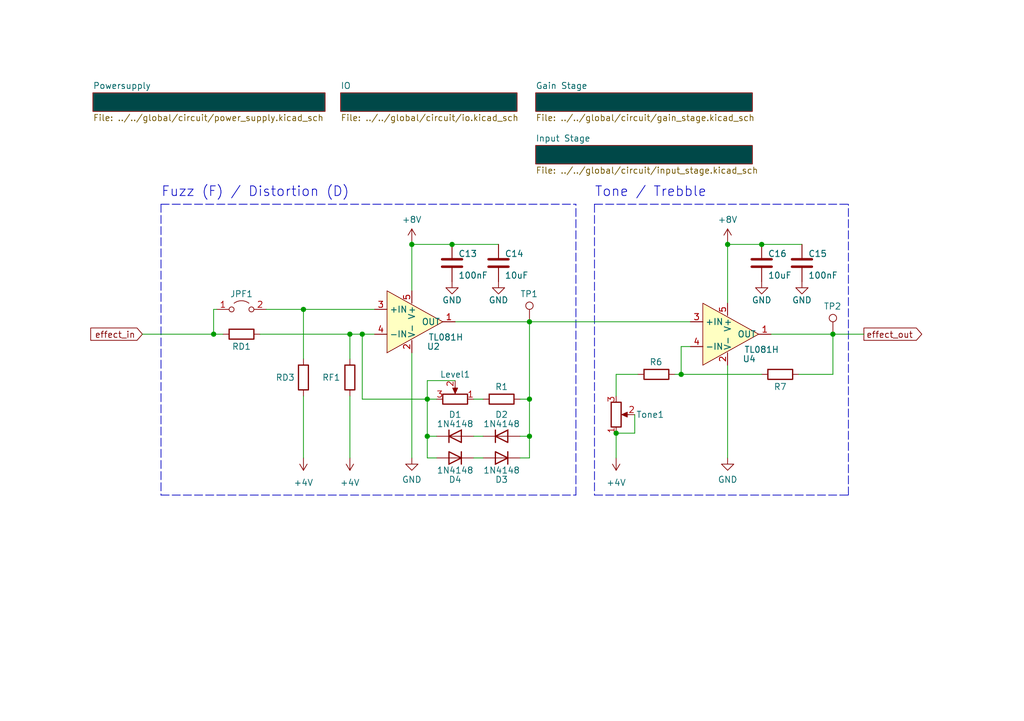
<source format=kicad_sch>
(kicad_sch (version 20211123) (generator eeschema)
  (paper "A5")
  (title_block (title "Distortion Pedal") (rev "1"))
  (lib_symbols
    (symbol "Amplifier_Operational:TL081H"
      (property "Reference" "U" (at 3.81 -4.445 0))
      (property "Value" "TL081H" (at 0 12.065 0))
      (symbol "TL081H_0_1"
        (polyline (pts (xy 6.35 0) (xy -5.08 -6.35)))
        (polyline (pts (xy -5.08 -6.35) (xy -5.08 6.35) (xy 6.35 0)) (fill (type background)))
      )
      (symbol "TL081H_1_1"
        (pin output line (at 8.89 0 180) (length 2.54) (name "OUT") (number "1"))
        (pin input line (at 0 -6.35 90) (length 2.54) (name "V-") (number "2"))
        (pin input line (at -7.62 2.54 0) (length 2.54) (name "+IN") (number "3"))
        (pin input line (at -7.62 -2.54 0) (length 2.54) (name "-IN") (number "4"))
        (pin input line (at 0 6.35 270) (length 2.54) (name "V+") (number "5"))
      )
    )
    (symbol "Connector:TestPoint" (pin_numbers hide) (pin_names (offset 0.762) hide)
      (property "Reference" "TP" (at 0 6.858 0))
      (property "Value" "TestPoint" (at 0 5.08 0))
      (symbol "TestPoint_0_1"
        (circle (center 0 3.302) (radius 0.762))
      )
      (symbol "TestPoint_1_1"
        (pin passive line (at 0 0 90) (length 2.54) (name "1") (number "1"))
      )
    )
    (symbol "Device:C" (pin_numbers hide) (pin_names (offset 0.254))
      (property "Reference" "C" (at 0.635 2.54 0))
      (property "Value" "C" (at 0.635 -2.54 0))
      (symbol "C_0_1"
        (polyline (pts (xy -2.032 -0.762) (xy 2.032 -0.762)) (stroke (width 0.508)))
        (polyline (pts (xy -2.032 0.762) (xy 2.032 0.762)) (stroke (width 0.508)))
      )
      (symbol "C_1_1"
        (pin passive line (at 0 3.81 270) (length 2.794) (name "~") (number "1"))
        (pin passive line (at 0 -3.81 90) (length 2.794) (name "~") (number "2"))
      )
    )
    (symbol "Device:R" (pin_numbers hide) (pin_names (offset 0))
      (property "Reference" "R" (at 2.032 0 90))
      (property "Value" "R" (at 0 0 90))
      (symbol "R_0_1"
        (rectangle (start -1.016 -2.54) (end 1.016 2.54) (stroke (width 0.254)))
      )
      (symbol "R_1_1"
        (pin passive line (at 0 3.81 270) (length 1.27) (name "~") (number "1"))
        (pin passive line (at 0 -3.81 90) (length 1.27) (name "~") (number "2"))
      )
    )
    (symbol "Device:R_Potentiometer" (pin_names (offset 1.016) hide)
      (property "Reference" "RV" (at -4.445 0 90))
      (property "Value" "R_Potentiometer" (at -2.54 0 90))
      (symbol "R_Potentiometer_0_1"
        (polyline (pts (xy 2.54 0) (xy 1.524 0)))
        (polyline (pts (xy 1.143 0) (xy 2.286 0.508) (xy 2.286 -0.508) (xy 1.143 0)) (fill (type outline)))
        (rectangle (start 1.016 2.54) (end -1.016 -2.54) (stroke (width 0.254)))
      )
      (symbol "R_Potentiometer_1_1"
        (pin passive line (at 0 3.81 270) (length 1.27) (name "1") (number "1"))
        (pin passive line (at 3.81 0 180) (length 1.27) (name "2") (number "2"))
        (pin passive line (at 0 -3.81 90) (length 1.27) (name "3") (number "3"))
      )
    )
    (symbol "Diode:1N4148" (pin_numbers hide) (pin_names (offset 1.016) hide)
      (property "Reference" "D" (at 0 2.54 0))
      (property "Value" "1N4148" (at 0 -2.54 0))
      (symbol "1N4148_0_1"
        (polyline (pts (xy -1.27 1.27) (xy -1.27 -1.27)) (stroke (width 0.254)))
        (polyline (pts (xy 1.27 0) (xy -1.27 0)))
        (polyline (pts (xy 1.27 1.27) (xy 1.27 -1.27) (xy -1.27 0) (xy 1.27 1.27)) (stroke (width 0.254)))
      )
      (symbol "1N4148_1_1"
        (pin passive line (at -3.81 0 0) (length 2.54) (name "K") (number "1"))
        (pin passive line (at 3.81 0 180) (length 2.54) (name "A") (number "2"))
      )
    )
    (symbol "Jumper:Jumper_2_Open" (pin_names (offset 0) hide)
      (property "Reference" "JP" (at 0 2.794 0))
      (property "Value" "Jumper_2_Open" (at 0 -2.286 0))
      (symbol "Jumper_2_Open_0_0"
        (circle (center -2.032 0) (radius 0.508))
        (circle (center 2.032 0) (radius 0.508))
      )
      (symbol "Jumper_2_Open_0_1"
        (arc (start 1.524 1.27) (mid 0 1.778) (end -1.524 1.27))
      )
      (symbol "Jumper_2_Open_1_1"
        (pin passive line (at -5.08 0 0) (length 2.54) (name "A") (number "1"))
        (pin passive line (at 5.08 0 180) (length 2.54) (name "B") (number "2"))
      )
    )
    (symbol "power:+4V" (power) (pin_names (offset 0))
      (property "Value" "+4V" (at 0 3.556 0))
      (symbol "+4V_0_1"
        (polyline (pts (xy -0.762 1.27) (xy 0 2.54)))
        (polyline (pts (xy 0 0) (xy 0 2.54)))
        (polyline (pts (xy 0 2.54) (xy 0.762 1.27)))
      )
      (symbol "+4V_1_1"
        (pin power_in line (at 0 0 90) (length 0) hide (name "+4V") (number "1"))
      )
    )
    (symbol "power:+8V" (power) (pin_names (offset 0))
      (property "Value" "+8V" (at 0 3.556 0))
      (symbol "+8V_0_1"
        (polyline (pts (xy -0.762 1.27) (xy 0 2.54)))
        (polyline (pts (xy 0 0) (xy 0 2.54)))
        (polyline (pts (xy 0 2.54) (xy 0.762 1.27)))
      )
      (symbol "+8V_1_1"
        (pin power_in line (at 0 0 90) (length 0) hide (name "+8V") (number "1"))
      )
    )
    (symbol "power:GND" (power) (pin_names (offset 0))
      (property "Value" "GND" (at 0 -3.81 0))
      (symbol "GND_0_1"
        (polyline (pts (xy 0 0) (xy 0 -1.27) (xy 1.27 -1.27) (xy 0 -2.54) (xy -1.27 -1.27) (xy 0 -1.27)))
      )
      (symbol "GND_1_1"
        (pin power_in line (at 0 0 270) (length 0) hide (name "GND") (number "1"))
      )
    )
  )
  (junction (at 108.585 89.535))
  (junction (at 126.365 88.9))
  (junction (at 62.23 63.5))
  (junction (at 139.7 76.835))
  (junction (at 149.225 50.165))
  (junction (at 43.815 68.58))
  (junction (at 92.71 50.165))
  (junction (at 156.21 50.165))
  (junction (at 108.585 66.04))
  (junction (at 87.63 81.915))
  (junction (at 170.815 68.58))
  (junction (at 74.295 68.58))
  (junction (at 108.585 81.915))
  (junction (at 84.455 50.165))
  (junction (at 71.755 68.58))
  (junction (at 87.63 89.535))
  (wire (pts (xy 29.21 68.58) (xy 43.815 68.58)))
  (polyline (pts (xy 33.02 41.91) (xy 33.02 101.6)))
  (wire (pts (xy 106.68 93.98) (xy 108.585 93.98)))
  (wire (pts (xy 43.815 68.58) (xy 45.72 68.58)))
  (wire (pts (xy 62.23 81.28) (xy 62.23 93.98)))
  (wire (pts (xy 149.225 93.98) (xy 149.225 74.93)))
  (wire (pts (xy 87.63 89.535) (xy 87.63 81.915)))
  (wire (pts (xy 54.61 63.5) (xy 62.23 63.5)))
  (wire (pts (xy 139.7 76.835) (xy 138.43 76.835)))
  (wire (pts (xy 43.815 63.5) (xy 44.45 63.5)))
  (wire (pts (xy 92.71 50.165) (xy 102.235 50.165)))
  (wire (pts (xy 74.295 81.915) (xy 87.63 81.915)))
  (wire (pts (xy 84.455 50.165) (xy 84.455 49.53)))
  (wire (pts (xy 87.63 93.98) (xy 87.63 89.535)))
  (wire (pts (xy 158.115 68.58) (xy 170.815 68.58)))
  (wire (pts (xy 97.155 81.915) (xy 99.06 81.915)))
  (wire (pts (xy 108.585 66.04) (xy 141.605 66.04)))
  (wire (pts (xy 149.225 50.165) (xy 149.225 49.53)))
  (wire (pts (xy 130.175 88.9) (xy 126.365 88.9)))
  (wire (pts (xy 71.755 81.28) (xy 71.755 93.98)))
  (wire (pts (xy 74.295 68.58) (xy 76.835 68.58)))
  (wire (pts (xy 170.815 68.58) (xy 177.165 68.58)))
  (wire (pts (xy 97.155 93.98) (xy 99.06 93.98)))
  (wire (pts (xy 156.21 50.165) (xy 164.465 50.165)))
  (wire (pts (xy 126.365 81.28) (xy 126.365 76.835)))
  (wire (pts (xy 108.585 81.915) (xy 108.585 66.04)))
  (wire (pts (xy 84.455 93.98) (xy 84.455 72.39)))
  (wire (pts (xy 62.23 63.5) (xy 62.23 73.66)))
  (wire (pts (xy 141.605 71.12) (xy 139.7 71.12)))
  (wire (pts (xy 71.755 68.58) (xy 74.295 68.58)))
  (wire (pts (xy 163.83 76.835) (xy 170.815 76.835)))
  (wire (pts (xy 87.63 78.105) (xy 87.63 81.915)))
  (wire (pts (xy 53.34 68.58) (xy 71.755 68.58)))
  (wire (pts (xy 43.815 63.5) (xy 43.815 68.58)))
  (wire (pts (xy 130.175 85.09) (xy 130.175 88.9)))
  (wire (pts (xy 62.23 63.5) (xy 76.835 63.5)))
  (wire (pts (xy 108.585 93.98) (xy 108.585 89.535)))
  (polyline (pts (xy 121.92 41.91) (xy 121.92 101.6)))
  (wire (pts (xy 139.7 76.835) (xy 156.21 76.835)))
  (wire (pts (xy 93.345 66.04) (xy 108.585 66.04)))
  (wire (pts (xy 149.225 50.165) (xy 156.21 50.165)))
  (wire (pts (xy 149.225 50.165) (xy 149.225 62.23)))
  (wire (pts (xy 97.155 89.535) (xy 99.06 89.535)))
  (wire (pts (xy 87.63 89.535) (xy 89.535 89.535)))
  (wire (pts (xy 74.295 81.915) (xy 74.295 68.58)))
  (wire (pts (xy 93.345 78.105) (xy 87.63 78.105)))
  (wire (pts (xy 106.68 81.915) (xy 108.585 81.915)))
  (polyline (pts (xy 121.92 101.6) (xy 173.99 101.6)))
  (polyline (pts (xy 33.02 101.6) (xy 118.11 101.6)))
  (wire (pts (xy 108.585 89.535) (xy 108.585 81.915)))
  (wire (pts (xy 71.755 68.58) (xy 71.755 73.66)))
  (wire (pts (xy 126.365 88.9) (xy 126.365 93.98)))
  (wire (pts (xy 106.68 89.535) (xy 108.585 89.535)))
  (wire (pts (xy 170.815 76.835) (xy 170.815 68.58)))
  (polyline (pts (xy 173.99 101.6) (xy 173.99 41.91)))
  (polyline (pts (xy 121.92 41.91) (xy 173.99 41.91)))
  (wire (pts (xy 84.455 50.165) (xy 84.455 59.69)))
  (wire (pts (xy 84.455 50.165) (xy 92.71 50.165)))
  (wire (pts (xy 126.365 76.835) (xy 130.81 76.835)))
  (wire (pts (xy 139.7 71.12) (xy 139.7 76.835)))
  (wire (pts (xy 87.63 93.98) (xy 89.535 93.98)))
  (wire (pts (xy 89.535 81.915) (xy 87.63 81.915)))
  (polyline (pts (xy 118.11 101.6) (xy 118.11 41.91)))
  (polyline (pts (xy 33.02 41.91) (xy 118.11 41.91)))
  (text "Fuzz (F) / Distortion (D)" (at 33.02 40.64 0) (effects (font (size 2 2)) (justify left bottom)))
  (text "Tone / Trebble\n" (at 121.92 40.64 0) (effects (font (size 2 2)) (justify left bottom)))
  (global_label "effect_out" (shape output) (at 177.165 68.58 0) (property "Intersheet References" "${INTERSHEET_REFS}" (effects hide)))
  (global_label "effect_in" (shape input) (at 29.21 68.58 180) (property "Intersheet References" "${INTERSHEET_REFS}" (effects hide)))
  (symbol (lib_id "Device:C") (at 156.21 53.975 0) (unit 1)
    (property "Reference" "C16" (at 157.48 52.07 0) (effects (justify left)))
    (property "Value" "10uF" (at 157.48 56.515 0) (effects (justify left)))
    (property "Footprint" "Capacitor_SMD:C_0805_2012Metric_Pad1.18x1.45mm_HandSolder" (effects hide))
  )
  (symbol (lib_id "Device:R_Potentiometer") (at 126.365 85.09 0) (mirror x) (unit 1)
    (property "Reference" "Tone1" (at 133.35 85.09 0))
    (property "Value" "R" (effects hide))
    (property "Footprint" "Connector_PinHeader_2.54mm:PinHeader_1x03_P2.54mm_Vertical" (effects hide))
  )
  (symbol (lib_id "Device:C") (at 92.71 53.975 0) (unit 1)
    (property "Reference" "C13" (at 93.98 52.07 0) (effects (justify left)))
    (property "Value" "100nF" (at 93.98 56.515 0) (effects (justify left)))
    (property "Footprint" "Capacitor_SMD:C_0805_2012Metric_Pad1.18x1.45mm_HandSolder" (effects hide))
  )
  (symbol (lib_id "Device:R") (at 134.62 76.835 90) (unit 1)
    (property "Reference" "R6" (at 135.89 74.295 90) (effects (justify left)))
    (property "Value" "R" (effects hide))
    (property "Footprint" "Resistor_SMD:R_0805_2012Metric_Pad1.20x1.40mm_HandSolder" (effects hide))
  )
  (symbol (lib_id "power:+4V") (at 71.755 93.98 180) (unit 1)
    (property "Reference" "#PWR0117" (effects hide))
    (property "Value" "+4V" (at 71.755 99.06 0))
  )
  (symbol (lib_id "Device:C") (at 102.235 53.975 0) (unit 1)
    (property "Reference" "C14" (at 103.505 52.07 0) (effects (justify left)))
    (property "Value" "10uF" (at 103.505 56.515 0) (effects (justify left)))
    (property "Footprint" "Capacitor_SMD:C_0805_2012Metric_Pad1.18x1.45mm_HandSolder" (effects hide))
  )
  (symbol (lib_id "power:+8V") (at 84.455 49.53 0) (unit 1)
    (property "Reference" "#PWR08" (effects hide))
    (property "Value" "+8V" (at 84.455 45.085 0))
  )
  (symbol (lib_id "Diode:1N4148") (at 102.87 93.98 180) (unit 1)
    (property "Reference" "D3" (at 102.87 98.425 0))
    (property "Value" "1N4148" (at 102.87 96.52 0))
    (property "Footprint" "Diode_SMD:D_SOD-123" (effects hide))
    (property "Datasheet" "https://assets.nexperia.com/documents/data-sheet/1N4148_1N4448.pdf" (effects hide))
  )
  (symbol (lib_id "Amplifier_Operational:TL081H") (at 149.225 68.58 0) (unit 1)
    (property "Reference" "U4" (at 153.67 73.66 0))
    (property "Value" "TL081H" (at 156.21 71.755 0))
    (property "Footprint" "Package_TO_SOT_SMD:SOT-23-5_HandSoldering" (effects hide))
  )
  (symbol (lib_id "power:+8V") (at 149.225 49.53 0) (unit 1)
    (property "Reference" "#PWR014" (effects hide))
    (property "Value" "+8V" (at 149.225 45.085 0))
  )
  (symbol (lib_id "power:GND") (at 84.455 93.98 0) (unit 1)
    (property "Reference" "#PWR09" (effects hide))
    (property "Value" "GND" (at 84.455 98.425 0))
  )
  (symbol (lib_id "Device:R") (at 160.02 76.835 90) (unit 1)
    (property "Reference" "R7" (at 160.02 79.375 90))
    (property "Value" "R" (effects hide))
    (property "Footprint" "Resistor_SMD:R_0805_2012Metric_Pad1.20x1.40mm_HandSolder" (effects hide))
  )
  (symbol (lib_id "Diode:1N4148") (at 102.87 89.535 0) (unit 1)
    (property "Reference" "D2" (at 102.87 85.09 0))
    (property "Value" "1N4148" (at 102.87 86.995 0))
    (property "Footprint" "Diode_SMD:D_SOD-123" (effects hide))
    (property "Datasheet" "https://assets.nexperia.com/documents/data-sheet/1N4148_1N4448.pdf" (effects hide))
  )
  (symbol (lib_id "Connector:TestPoint") (at 108.585 66.04 0) (unit 1)
    (property "Reference" "TP1" (at 106.68 60.325 0) (effects (justify left)))
    (property "Value" "TestPoint" (effects hide))
    (property "Footprint" "TestPoint:TestPoint_THTPad_1.0x1.0mm_Drill0.5mm" (effects hide))
  )
  (symbol (lib_id "Amplifier_Operational:TL081H") (at 84.455 66.04 0) (unit 1)
    (property "Reference" "U2" (at 88.9 71.12 0))
    (property "Value" "TL081H" (at 91.44 69.215 0))
    (property "Footprint" "Package_TO_SOT_SMD:SOT-23-5_HandSoldering" (effects hide))
  )
  (symbol (lib_id "Device:C") (at 164.465 53.975 0) (unit 1)
    (property "Reference" "C15" (at 165.735 52.07 0) (effects (justify left)))
    (property "Value" "100nF" (at 165.735 56.515 0) (effects (justify left)))
    (property "Footprint" "Capacitor_SMD:C_0805_2012Metric_Pad1.18x1.45mm_HandSolder" (effects hide))
  )
  (symbol (lib_id "Device:R") (at 71.755 77.47 0) (mirror y) (unit 1)
    (property "Reference" "RF1" (at 67.945 77.47 0))
    (property "Value" "R" (effects hide))
    (property "Footprint" "Resistor_SMD:R_0805_2012Metric_Pad1.20x1.40mm_HandSolder" (effects hide))
  )
  (symbol (lib_id "power:GND") (at 102.235 57.785 0) (unit 1)
    (property "Reference" "#PWR012" (effects hide))
    (property "Value" "GND" (at 102.235 61.595 0))
  )
  (symbol (lib_id "Device:R") (at 102.87 81.915 90) (unit 1)
    (property "Reference" "R1" (at 102.87 79.375 90))
    (property "Value" "R" (effects hide))
    (property "Footprint" "Resistor_SMD:R_0805_2012Metric_Pad1.20x1.40mm_HandSolder" (effects hide))
  )
  (symbol (lib_id "Connector:TestPoint") (at 170.815 68.58 0) (unit 1)
    (property "Reference" "TP2" (at 168.91 62.865 0) (effects (justify left)))
    (property "Value" "TestPoint" (effects hide))
    (property "Footprint" "TestPoint:TestPoint_THTPad_1.0x1.0mm_Drill0.5mm" (effects hide))
  )
  (symbol (lib_id "Device:R") (at 62.23 77.47 0) (unit 1)
    (property "Reference" "RD3" (at 56.515 77.47 0) (effects (justify left)))
    (property "Value" "R" (effects hide))
    (property "Footprint" "Resistor_SMD:R_0805_2012Metric_Pad1.20x1.40mm_HandSolder" (effects hide))
  )
  (symbol (lib_id "power:+4V") (at 62.23 93.98 180) (unit 1)
    (property "Reference" "#PWR0106" (effects hide))
    (property "Value" "+4V" (at 62.23 99.06 0))
  )
  (symbol (lib_id "power:GND") (at 164.465 57.785 0) (unit 1)
    (property "Reference" "#PWR017" (effects hide))
    (property "Value" "GND" (at 164.465 61.595 0))
  )
  (symbol (lib_id "Diode:1N4148") (at 93.345 93.98 180) (unit 1)
    (property "Reference" "D4" (at 93.345 98.425 0))
    (property "Value" "1N4148" (at 93.345 96.52 0))
    (property "Footprint" "Diode_SMD:D_SOD-123" (effects hide))
    (property "Datasheet" "https://assets.nexperia.com/documents/data-sheet/1N4148_1N4448.pdf" (effects hide))
  )
  (symbol (lib_id "Jumper:Jumper_2_Open") (at 49.53 63.5 0) (unit 1)
    (property "Reference" "JPF1" (at 49.53 60.325 0))
    (property "Value" "Jumper_2_Open" (effects hide))
    (property "Footprint" "Resistor_SMD:R_0805_2012Metric_Pad1.20x1.40mm_HandSolder" (effects hide))
  )
  (symbol (lib_id "power:GND") (at 92.71 57.785 0) (unit 1)
    (property "Reference" "#PWR011" (effects hide))
    (property "Value" "GND" (at 92.71 61.595 0))
  )
  (symbol (lib_id "Device:R_Potentiometer") (at 93.345 81.915 270) (mirror x) (unit 1)
    (property "Reference" "Level1" (at 93.345 76.835 90))
    (property "Value" "R" (effects hide))
    (property "Footprint" "Connector_PinHeader_2.54mm:PinHeader_1x03_P2.54mm_Vertical" (effects hide))
  )
  (symbol (lib_id "power:GND") (at 149.225 93.98 0) (unit 1)
    (property "Reference" "#PWR015" (effects hide))
    (property "Value" "GND" (at 149.225 98.425 0))
  )
  (symbol (lib_id "power:+4V") (at 126.365 93.98 180) (unit 1)
    (property "Reference" "#PWR0118" (effects hide))
    (property "Value" "+4V" (at 126.365 99.06 0))
  )
  (symbol (lib_id "Diode:1N4148") (at 93.345 89.535 0) (unit 1)
    (property "Reference" "D1" (at 93.345 85.09 0))
    (property "Value" "1N4148" (at 93.345 86.995 0))
    (property "Footprint" "Diode_SMD:D_SOD-123" (effects hide))
    (property "Datasheet" "https://assets.nexperia.com/documents/data-sheet/1N4148_1N4448.pdf" (effects hide))
  )
  (symbol (lib_id "Device:R") (at 49.53 68.58 90) (unit 1)
    (property "Reference" "RD1" (at 49.53 71.12 90))
    (property "Value" "R" (effects hide))
    (property "Footprint" "Resistor_SMD:R_0805_2012Metric_Pad1.20x1.40mm_HandSolder" (effects hide))
  )
  (symbol (lib_id "power:GND") (at 156.21 57.785 0) (unit 1)
    (property "Reference" "#PWR016" (effects hide))
    (property "Value" "GND" (at 156.21 61.595 0))
  )
  (sheet (at 69.85 19.05) (size 36.195 3.81) (stroke (width 0.1524)) (fill (color 0 72 72 1.0000))
    (property "Sheet name" "IO" (at 69.85 18.3384 0) (effects (justify left bottom)))
    (property "Sheet file" "../../global/circuit/io.kicad_sch" (at 69.85 23.4446 0) (effects (justify left top)))
  )
  (sheet (at 109.855 29.845) (size 44.45 3.81) (stroke (width 0.1524)) (fill (color 0 72 72 1.0000))
    (property "Sheet name" "Input Stage" (at 109.855 29.1334 0) (effects (justify left bottom)))
    (property "Sheet file" "../../global/circuit/input_stage.kicad_sch" (at 109.855 34.2396 0) (effects (justify left top)))
  )
  (sheet (at 19.05 19.05) (size 47.625 3.81) (stroke (width 0.1524)) (fill (color 0 72 72 1.0000))
    (property "Sheet name" "Powersupply" (at 19.05 18.3384 0) (effects (justify left bottom)))
    (property "Sheet file" "../../global/circuit/power_supply.kicad_sch" (at 19.05 23.4446 0) (effects (justify left top)))
  )
  (sheet (at 109.855 19.05) (size 44.45 3.81) (stroke (width 0.1524)) (fill (color 0 72 72 1.0000))
    (property "Sheet name" "Gain Stage" (at 109.855 18.3384 0) (effects (justify left bottom)))
    (property "Sheet file" "../../global/circuit/gain_stage.kicad_sch" (at 109.855 23.4446 0) (effects (justify left top)))
  )
)
</source>
